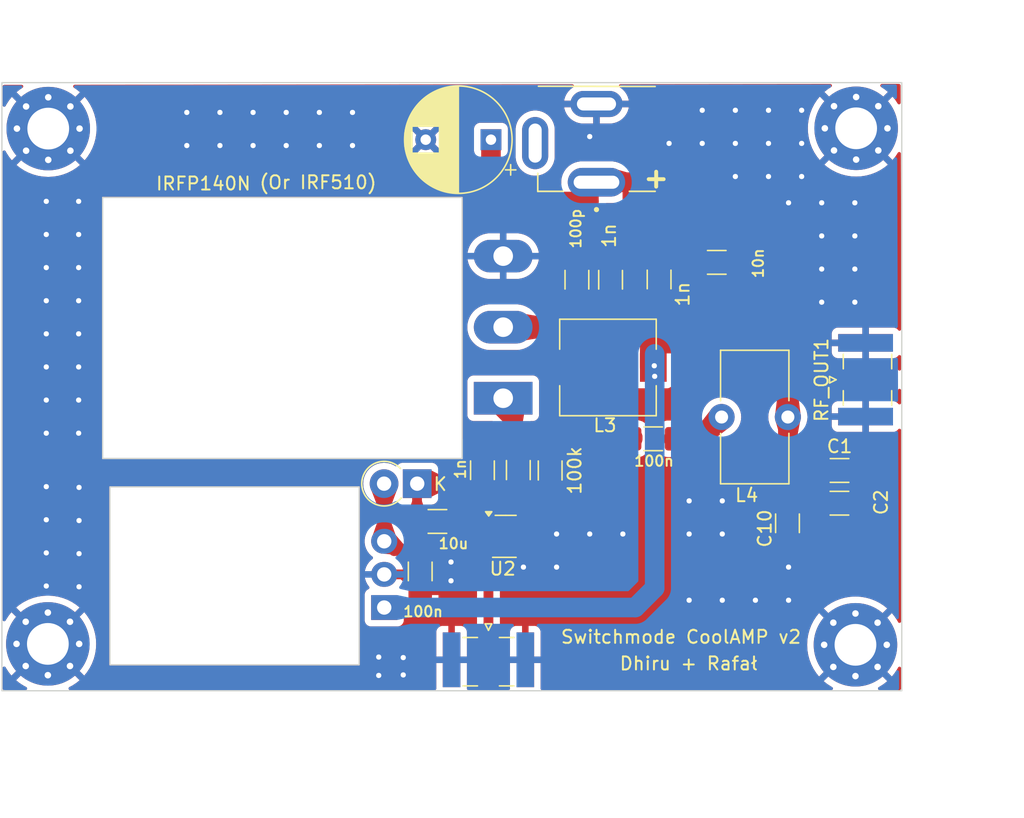
<source format=kicad_pcb>
(kicad_pcb (version 20240225) (generator "pcbnew") (generator_version "8.99")
  (layers (0 "F.Cu" signal) (31 "B.Cu" signal) (35 "F.Paste" user) (37 "F.SilkS" user "F.Silkscreen") (38 "B.Mask" user) (39 "F.Mask" user) (44 "Edge.Cuts" user))
  (net 0 "")
  (net 1 "GND")
  (net 2 "+VDC")
  (net 3 "Net-(Q1-G)")
  (net 4 "Net-(C7-Pad1)")
  (net 5 "/DRAIN")
  (net 6 "Net-(RF_OUT1-In)")
  (net 8 "Net-(D1-A)")
  (net 9 "11.5V")
  (net 10 "Net-(U2-OUT)")
  (net 11 "Net-(RF_IN1-In)")
  (footprint "Capacitor_SMD:C_1206_3216Metric_Pad1.33x1.80mm_HandSolder" (layer "F.Cu") (at 188.19 89.99 180)
    (property "Reference" "C7" (hide yes))
    (property "Value" "100n" (at -0.07 -1.71 0) (layer "F.SilkS") (effects (font (size 0.8 0.8))))
    (fp_line (start -0.711252 0.91) (end 0.711252 0.91) (stroke (width 0.12)) (layer "F.SilkS"))
    (fp_line (start -0.711252 -0.91) (end 0.711252 -0.91) (stroke (width 0.12)) (layer "F.SilkS"))
    (pad "1" smd roundrect (at -1.5625 0 180) (size 1.325 1.8) (layers "F.Cu" "F.Paste" "F.Mask") (roundrect_rratio 0.1886792453) (net 4 "Net-(C7-Pad1)"))
    (pad "2" smd roundrect (at 1.5625 0 180) (size 1.325 1.8) (layers "F.Cu" "F.Paste" "F.Mask") (roundrect_rratio 0.1886792453) (net 5 "/DRAIN"))
  )
  (footprint "Inductor_THT:L_Toroid_Vertical_L10.0mm_W5.0mm_P5.08mm" (layer "F.Cu") (at 193.44 88.32 90)
    (property "Reference" "L4" (at -6 1.92 180) (layer "F.SilkS"))
    (property "Value" "240n" (hide yes))
    (fp_line (start 5.12 -0.08) (end 5.12 5.16) (stroke (width 0.12)) (layer "F.SilkS"))
    (fp_line (start 1.255 -0.08) (end 5.12 -0.08) (stroke (width 0.12)) (layer "F.SilkS"))
    (fp_line (start -5.12 -0.08) (end -1.255 -0.08) (stroke (width 0.12)) (layer "F.SilkS"))
    (fp_line (start -5.12 -0.08) (end -5.12 5.16) (stroke (width 0.12)) (layer "F.SilkS"))
    (fp_line (start 1.255 5.16) (end 5.12 5.16) (stroke (width 0.12)) (layer "F.SilkS"))
    (fp_line (start -5.12 5.16) (end -1.255 5.16) (stroke (width 0.12)) (layer "F.SilkS"))
    (pad "1" thru_hole circle (at 0 0 90) (size 2 2) (drill 1) (layers "*.Cu" "*.Mask") (net 4 "Net-(C7-Pad1)"))
    (pad "2" thru_hole circle (at 0 5.08 90) (size 2 2) (drill 1) (layers "*.Cu" "*.Mask") (net 6 "Net-(RF_OUT1-In)"))
  )
  (footprint "MountingHole:MountingHole_3.2mm_M3_Pad_Via" (layer "F.Cu") (at 141.8 105.72)
    (property "Reference" "H3" (hide yes))
    (property "Value" "MountingHole_Pad" (hide yes))
    (pad "1" thru_hole circle (at -2.4 0) (size 0.8 0.8) (drill 0.5) (layers "*.Cu" "*.Mask") (net 1 "GND"))
    (pad "1" thru_hole circle (at -1.697056 -1.697056) (size 0.8 0.8) (drill 0.5) (layers "*.Cu" "*.Mask") (net 1 "GND"))
    (pad "1" thru_hole circle (at -1.697056 1.697056) (size 0.8 0.8) (drill 0.5) (layers "*.Cu" "*.Mask") (net 1 "GND"))
    (pad "1" thru_hole circle (at 0 -2.4) (size 0.8 0.8) (drill 0.5) (layers "*.Cu" "*.Mask") (net 1 "GND"))
    (pad "1" thru_hole circle (at 0 0) (size 6.4 6.4) (drill 3.2) (layers "*.Cu" "*.Mask") (net 1 "GND"))
    (pad "1" thru_hole circle (at 0 2.4) (size 0.8 0.8) (drill 0.5) (layers "*.Cu" "*.Mask") (net 1 "GND"))
    (pad "1" thru_hole circle (at 1.697056 -1.697056) (size 0.8 0.8) (drill 0.5) (layers "*.Cu" "*.Mask") (net 1 "GND"))
    (pad "1" thru_hole circle (at 1.697056 1.697056) (size 0.8 0.8) (drill 0.5) (layers "*.Cu" "*.Mask") (net 1 "GND"))
    (pad "1" thru_hole circle (at 2.4 0) (size 0.8 0.8) (drill 0.5) (layers "*.Cu" "*.Mask") (net 1 "GND"))
  )
  (footprint "Capacitor_SMD:C_1206_3216Metric_Pad1.33x1.80mm_HandSolder" (layer "F.Cu") (at 184.93 77.7925 -90)
    (property "Reference" "C17" (hide yes))
    (property "Value" "1n" (at -3.3825 0.11 90) (layer "F.SilkS"))
    (fp_line (start -0.711252 0.91) (end 0.711252 0.91) (stroke (width 0.12)) (layer "F.SilkS"))
    (fp_line (start -0.711252 -0.91) (end 0.711252 -0.91) (stroke (width 0.12)) (layer "F.SilkS"))
    (pad "1" smd roundrect (at -1.5625 0 270) (size 1.325 1.8) (layers "F.Cu" "F.Paste" "F.Mask") (roundrect_rratio 0.1886792453) (net 2 "+VDC"))
    (pad "2" smd roundrect (at 1.5625 0 270) (size 1.325 1.8) (layers "F.Cu" "F.Paste" "F.Mask") (roundrect_rratio 0.1886792453) (net 1 "GND"))
  )
  (footprint "Connector_Coaxial:SMA_Samtec_SMA-J-P-X-ST-EM1_EdgeMount" (layer "F.Cu") (at 204.4775 85.46 90)
    (property "Reference" "RF_OUT1" (at -0.02 -3.3775 90) (layer "F.SilkS"))
    (property "Value" "SMA" (hide yes))
    (fp_line (start 0.25 -2.76) (end -0.25 -2.76) (stroke (width 0.12)) (layer "F.SilkS"))
    (fp_line (start -0.25 -2.76) (end 0 -2.26) (stroke (width 0.12)) (layer "F.SilkS"))
    (fp_line (start 0 -2.26) (end 0.25 -2.76) (stroke (width 0.12)) (layer "F.SilkS"))
    (fp_line (start 0.84 -1.71) (end 1.95 -1.71) (stroke (width 0.12)) (layer "F.SilkS"))
    (fp_line (start -1.95 -1.71) (end -0.84 -1.71) (stroke (width 0.12)) (layer "F.SilkS"))
    (fp_line (start 0.84 2) (end 1.95 2) (stroke (width 0.12)) (layer "F.SilkS"))
    (fp_line (start -1.95 2) (end -0.84 2) (stroke (width 0.12)) (layer "F.SilkS"))
    (pad "1" smd rect (at 0 0.2 90) (size 1.27 3.6) (layers "F.Cu" "F.Paste" "F.Mask") (net 6 "Net-(RF_OUT1-In)"))
    (pad "2" smd rect (at -2.825 0 90) (size 1.35 4.2) (layers "F.Cu" "F.Paste" "F.Mask") (net 1 "GND"))
    (pad "2" smd rect (at -2.825 0 90) (size 1.35 4.2) (layers "B.Cu" "B.Paste" "B.Mask") (net 1 "GND"))
    (pad "2" smd rect (at 2.825 0 90) (size 1.35 4.2) (layers "F.Cu" "F.Paste" "F.Mask") (net 1 "GND"))
    (pad "2" smd rect (at 2.825 0 90) (size 1.35 4.2) (layers "B.Cu" "B.Paste" "B.Mask") (net 1 "GND"))
  )
  (footprint "Capacitor_SMD:C_1206_3216Metric_Pad1.33x1.80mm_HandSolder" (layer "F.Cu") (at 188.65 77.77 -90)
    (property "Reference" "C14" (hide yes))
    (property "Value" "1n" (at 1.13 -1.81 90) (layer "F.SilkS"))
    (fp_line (start -0.711252 0.91) (end 0.711252 0.91) (stroke (width 0.12)) (layer "F.SilkS"))
    (fp_line (start -0.711252 -0.91) (end 0.711252 -0.91) (stroke (width 0.12)) (layer "F.SilkS"))
    (pad "1" smd roundrect (at -1.5625 0 270) (size 1.325 1.8) (layers "F.Cu" "F.Paste" "F.Mask") (roundrect_rratio 0.1886792453) (net 2 "+VDC"))
    (pad "2" smd roundrect (at 1.5625 0 270) (size 1.325 1.8) (layers "F.Cu" "F.Paste" "F.Mask") (roundrect_rratio 0.1886792453) (net 1 "GND"))
  )
  (footprint "footprints:XKB_DC-005-5A-2.0_Modded" (layer "F.Cu") (at 183.85 64.3125 -90)
    (property "Reference" "Power1" (hide yes))
    (property "Value" "DC-005 (Barrel Jack)" (hide yes))
    (fp_line (start 6.7 4.5) (end 5.32 4.5) (stroke (width 0.127)) (layer "F.SilkS"))
    (fp_line (start 6.7 4.5) (end 6.7 2.52) (stroke (width 0.127)) (layer "F.SilkS"))
    (fp_line (start -1.34 -4.5) (end -1.36 4.45) (stroke (width 0.12)) (layer "F.SilkS"))
    (fp_line (start 6.7 -4.5) (end 6.7 -2.52) (stroke (width 0.127)) (layer "F.SilkS"))
    (fp_circle (center 8.1 0) (end 8.2 0) (stroke (width 0.2)) (fill none) (layer "F.SilkS"))
    (pad "1" thru_hole oval (at 6 0 270) (size 2.2 4.4) (drill oval 1 3.5) (layers "*.Cu" "*.Mask") (net 2 "+VDC"))
    (pad "2" thru_hole oval (at 0 0 270) (size 2 4) (drill oval 1 3) (layers "*.Cu" "*.Mask") (net 1 "GND"))
    (pad "3" thru_hole oval (at 3 4.7 270) (size 4 2) (drill oval 3 1) (layers "*.Cu" "*.Mask"))
  )
  (footprint "Capacitor_THT:CP_Radial_D8.0mm_P5.00mm" (layer "F.Cu") (at 175.762651 67.05 180)
    (property "Reference" "C15" (hide yes))
    (property "Value" "330u")
    (fp_line (start 6.581 -0.533) (end 6.581 0.533) (stroke (width 0.12)) (layer "F.SilkS"))
    (fp_line (start 6.541 -0.768) (end 6.541 0.768) (stroke (width 0.12)) (layer "F.SilkS"))
    (fp_line (start 6.501 -0.948) (end 6.501 0.948) (stroke (width 0.12)) (layer "F.SilkS"))
    (fp_line (start 6.461 -1.098) (end 6.461 1.098) (stroke (width 0.12)) (layer "F.SilkS"))
    (fp_line (start 6.421 -1.229) (end 6.421 1.229) (stroke (width 0.12)) (layer "F.SilkS"))
    (fp_line (start 6.381 -1.346) (end 6.381 1.346) (stroke (width 0.12)) (layer "F.SilkS"))
    (fp_line (start 6.341 -1.453) (end 6.341 1.453) (stroke (width 0.12)) (layer "F.SilkS"))
    (fp_line (start 6.301 -1.552) (end 6.301 1.552) (stroke (width 0.12)) (layer "F.SilkS"))
    (fp_line (start 6.261 -1.645) (end 6.261 1.645) (stroke (width 0.12)) (layer "F.SilkS"))
    (fp_line (start 6.221 -1.731) (end 6.221 1.731) (stroke (width 0.12)) (layer "F.SilkS"))
    (fp_line (start 6.181 -1.813) (end 6.181 1.813) (stroke (width 0.12)) (layer "F.SilkS"))
    (fp_line (start 6.141 -1.89) (end 6.141 1.89) (stroke (width 0.12)) (layer "F.SilkS"))
    (fp_line (start 6.101 -1.964) (end 6.101 1.964) (stroke (width 0.12)) (layer "F.SilkS"))
    (fp_line (start 6.061 -2.034) (end 6.061 2.034) (stroke (width 0.12)) (layer "F.SilkS"))
    (fp_line (start 6.021 1.04) (end 6.021 2.102) (stroke (width 0.12)) (layer "F.SilkS"))
    (fp_line (start 6.021 -2.102) (end 6.021 -1.04) (stroke (width 0.12)) (layer "F.SilkS"))
    (fp_line (start 5.981 1.04) (end 5.981 2.166) (stroke (width 0.12)) (layer "F.SilkS"))
    (fp_line (start 5.981 -2.166) (end 5.981 -1.04) (stroke (width 0.12)) (layer "F.SilkS"))
    (fp_line (start 5.941 1.04) (end 5.941 2.228) (stroke (width 0.12)) (layer "F.SilkS"))
    (fp_line (start 5.941 -2.228) (end 5.941 -1.04) (stroke (width 0.12)) (layer "F.SilkS"))
    (fp_line (start 5.901 1.04) (end 5.901 2.287) (stroke (width 0.12)) (layer "F.SilkS"))
    (fp_line (start 5.901 -2.287) (end 5.901 -1.04) (stroke (width 0.12)) (layer "F.SilkS"))
    (fp_line (start 5.861 1.04) (end 5.861 2.345) (stroke (width 0.12)) (layer "F.SilkS"))
    (fp_line (start 5.861 -2.345) (end 5.861 -1.04) (stroke (width 0.12)) (layer "F.SilkS"))
    (fp_line (start 5.821 1.04) (end 5.821 2.4) (stroke (width 0.12)) (layer "F.SilkS"))
    (fp_line (start 5.821 -2.4) (end 5.821 -1.04) (stroke (width 0.12)) (layer "F.SilkS"))
    (fp_line (start 5.781 1.04) (end 5.781 2.454) (stroke (width 0.12)) (layer "F.SilkS"))
    (fp_line (start 5.781 -2.454) (end 5.781 -1.04) (stroke (width 0.12)) (layer "F.SilkS"))
    (fp_line (start 5.741 1.04) (end 5.741 2.505) (stroke (width 0.12)) (layer "F.SilkS"))
    (fp_line (start 5.741 -2.505) (end 5.741 -1.04) (stroke (width 0.12)) (layer "F.SilkS"))
    (fp_line (start 5.701 1.04) (end 5.701 2.556) (stroke (width 0.12)) (layer "F.SilkS"))
    (fp_line (start 5.701 -2.556) (end 5.701 -1.04) (stroke (width 0.12)) (layer "F.SilkS"))
    (fp_line (start 5.661 1.04) (end 5.661 2.604) (stroke (width 0.12)) (layer "F.SilkS"))
    (fp_line (start 5.661 -2.604) (end 5.661 -1.04) (stroke (width 0.12)) (layer "F.SilkS"))
    (fp_line (start 5.621 1.04) (end 5.621 2.651) (stroke (width 0.12)) (layer "F.SilkS"))
    (fp_line (start 5.621 -2.651) (end 5.621 -1.04) (stroke (width 0.12)) (layer "F.SilkS"))
    (fp_line (start 5.581 1.04) (end 5.581 2.697) (stroke (width 0.12)) (layer "F.SilkS"))
    (fp_line (start 5.581 -2.697) (end 5.581 -1.04) (stroke (width 0.12)) (layer "F.SilkS"))
    (fp_line (start 5.541 1.04) (end 5.541 2.741) (stroke (width 0.12)) (layer "F.SilkS"))
    (fp_line (start 5.541 -2.741) (end 5.541 -1.04) (stroke (width 0.12)) (layer "F.SilkS"))
    (fp_line (start 5.501 1.04) (end 5.501 2.784) (stroke (width 0.12)) (layer "F.SilkS"))
    (fp_line (start 5.501 -2.784) (end 5.501 -1.04) (stroke (width 0.12)) (layer "F.SilkS"))
    (fp_line (start 5.461 1.04) (end 5.461 2.826) (stroke (width 0.12)) (layer "F.SilkS"))
    (fp_line (start 5.461 -2.826) (end 5.461 -1.04) (stroke (width 0.12)) (layer "F.SilkS"))
    (fp_line (start 5.421 1.04) (end 5.421 2.867) (stroke (width 0.12)) (layer "F.SilkS"))
    (fp_line (start 5.421 -2.867) (end 5.421 -1.04) (stroke (width 0.12)) (layer "F.SilkS"))
    (fp_line (start 5.381 1.04) (end 5.381 2.907) (stroke (width 0.12)) (layer "F.SilkS"))
    (fp_line (start 5.381 -2.907) (end 5.381 -1.04) (stroke (width 0.12)) (layer "F.SilkS"))
    (fp_line (start 5.341 1.04) (end 5.341 2.945) (stroke (width 0.12)) (layer "F.SilkS"))
    (fp_line (start 5.341 -2.945) (end 5.341 -1.04) (stroke (width 0.12)) (layer "F.SilkS"))
    (fp_line (start 5.301 1.04) (end 5.301 2.983) (stroke (width 0.12)) (layer "F.SilkS"))
    (fp_line (start 5.301 -2.983) (end 5.301 -1.04) (stroke (width 0.12)) (layer "F.SilkS"))
    (fp_line (start 5.261 1.04) (end 5.261 3.019) (stroke (width 0.12)) (layer "F.SilkS"))
    (fp_line (start 5.261 -3.019) (end 5.261 -1.04) (stroke (width 0.12)) (layer "F.SilkS"))
    (fp_line (start 5.221 1.04) (end 5.221 3.055) (stroke (width 0.12)) (layer "F.SilkS"))
    (fp_line (start 5.221 -3.055) (end 5.221 -1.04) (stroke (width 0.12)) (layer "F.SilkS"))
    (fp_line (start 5.181 1.04) (end 5.181 3.09) (stroke (width 0.12)) (layer "F.SilkS"))
    (fp_line (start 5.181 -3.09) (end 5.181 -1.04) (stroke (width 0.12)) (layer "F.SilkS"))
    (fp_line (start 5.141 1.04) (end 5.141 3.124) (stroke (width 0.12)) (layer "F.SilkS"))
    (fp_line (start 5.141 -3.124) (end 5.141 -1.04) (stroke (width 0.12)) (layer "F.SilkS"))
    (fp_line (start 5.101 1.04) (end 5.101 3.156) (stroke (width 0.12)) (layer "F.SilkS"))
    (fp_line (start 5.101 -3.156) (end 5.101 -1.04) (stroke (width 0.12)) (layer "F.SilkS"))
    (fp_line (start 5.061 1.04) (end 5.061 3.189) (stroke (width 0.12)) (layer "F.SilkS"))
    (fp_line (start 5.061 -3.189) (end 5.061 -1.04) (stroke (width 0.12)) (layer "F.SilkS"))
    (fp_line (start 5.021 1.04) (end 5.021 3.22) (stroke (width 0.12)) (layer "F.SilkS"))
    (fp_line (start 5.021 -3.22) (end 5.021 -1.04) (stroke (width 0.12)) (layer "F.SilkS"))
    (fp_line (start 4.981 1.04) (end 4.981 3.25) (stroke (width 0.12)) (layer "F.SilkS"))
    (fp_line (start 4.981 -3.25) (end 4.981 -1.04) (stroke (width 0.12)) (layer "F.SilkS"))
    (fp_line (start 4.941 1.04) (end 4.941 3.28) (stroke (width 0.12)) (layer "F.SilkS"))
    (fp_line (start 4.941 -3.28) (end 4.941 -1.04) (stroke (width 0.12)) (layer "F.SilkS"))
    (fp_line (start 4.901 1.04) (end 4.901 3.309) (stroke (width 0.12)) (layer "F.SilkS"))
    (fp_line (start 4.901 -3.309) (end 4.901 -1.04) (stroke (width 0.12)) (layer "F.SilkS"))
    (fp_line (start 4.861 1.04) (end 4.861 3.338) (stroke (width 0.12)) (layer "F.SilkS"))
    (fp_line (start 4.861 -3.338) (end 4.861 -1.04) (stroke (width 0.12)) (layer "F.SilkS"))
    (fp_line (start 4.821 1.04) (end 4.821 3.365) (stroke (width 0.12)) (layer "F.SilkS"))
    (fp_line (start 4.821 -3.365) (end 4.821 -1.04) (stroke (width 0.12)) (layer "F.SilkS"))
    (fp_line (start 4.781 1.04) (end 4.781 3.392) (stroke (width 0.12)) (layer "F.SilkS"))
    (fp_line (start 4.781 -3.392) (end 4.781 -1.04) (stroke (width 0.12)) (layer "F.SilkS"))
    (fp_line (start 4.741 1.04) (end 4.741 3.418) (stroke (width 0.12)) (layer "F.SilkS"))
    (fp_line (start 4.741 -3.418) (end 4.741 -1.04) (stroke (width 0.12)) (layer "F.SilkS"))
    (fp_line (start 4.701 1.04) (end 4.701 3.444) (stroke (width 0.12)) (layer "F.SilkS"))
    (fp_line (start 4.701 -3.444) (end 4.701 -1.04) (stroke (width 0.12)) (layer "F.SilkS"))
    (fp_line (start 4.661 1.04) (end 4.661 3.469) (stroke (width 0.12)) (layer "F.SilkS"))
    (fp_line (start 4.661 -3.469) (end 4.661 -1.04) (stroke (width 0.12)) (layer "F.SilkS"))
    (fp_line (start 4.621 1.04) (end 4.621 3.493) (stroke (width 0.12)) (layer "F.SilkS"))
    (fp_line (start 4.621 -3.493) (end 4.621 -1.04) (stroke (width 0.12)) (layer "F.SilkS"))
    (fp_line (start 4.581 1.04) (end 4.581 3.517) (stroke (width 0.12)) (layer "F.SilkS"))
    (fp_line (start 4.581 -3.517) (end 4.581 -1.04) (stroke (width 0.12)) (layer "F.SilkS"))
    (fp_line (start 4.541 1.04) (end 4.541 3.54) (stroke (width 0.12)) (layer "F.SilkS"))
    (fp_line (start 4.541 -3.54) (end 4.541 -1.04) (stroke (width 0.12)) (layer "F.SilkS"))
    (fp_line (start 4.501 1.04) (end 4.501 3.562) (stroke (width 0.12)) (layer "F.SilkS"))
    (fp_line (start 4.501 -3.562) (end 4.501 -1.04) (stroke (width 0.12)) (layer "F.SilkS"))
    (fp_line (start 4.461 1.04) (end 4.461 3.584) (stroke (width 0.12)) (layer "F.SilkS"))
    (fp_line (start 4.461 -3.584) (end 4.461 -1.04) (stroke (width 0.12)) (layer "F.SilkS"))
    (fp_line (start 4.421 1.04) (end 4.421 3.606) (stroke (width 0.12)) (layer "F.SilkS"))
    (fp_line (start 4.421 -3.606) (end 4.421 -1.04) (stroke (width 0.12)) (layer "F.SilkS"))
    (fp_line (start 4.381 1.04) (end 4.381 3.627) (stroke (width 0.12)) (layer "F.SilkS"))
    (fp_line (start 4.381 -3.627) (end 4.381 -1.04) (stroke (width 0.12)) (layer "F.SilkS"))
    (fp_line (start 4.341 1.04) (end 4.341 3.647) (stroke (width 0.12)) (layer "F.SilkS"))
    (fp_line (start 4.341 -3.647) (end 4.341 -1.04) (stroke (width 0.12)) (layer "F.SilkS"))
    (fp_line (start 4.301 1.04) (end 4.301 3.666) (stroke (width 0.12)) (layer "F.SilkS"))
    (fp_line (start 4.301 -3.666) (end 4.301 -1.04) (stroke (width 0.12)) (layer "F.SilkS"))
    (fp_line (start 4.261 1.04) (end 4.261 3.686) (stroke (width 0.12)) (layer "F.SilkS"))
    (fp_line (start 4.261 -3.686) (end 4.261 -1.04) (stroke (width 0.12)) (layer "F.SilkS"))
    (fp_line (start 4.221 1.04) (end 4.221 3.704) (stroke (width 0.12)) (layer "F.SilkS"))
    (fp_line (start 4.221 -3.704) (end 4.221 -1.04) (stroke (width 0.12)) (layer "F.SilkS"))
    (fp_line (start 4.181 1.04) (end 4.181 3.722) (stroke (width 0.12)) (layer "F.SilkS"))
    (fp_line (start 4.181 -3.722) (end 4.181 -1.04) (stroke (width 0.12)) (layer "F.SilkS"))
    (fp_line (start 4.141 1.04) (end 4.141 3.74) (stroke (width 0.12)) (layer "F.SilkS"))
    (fp_line (start 4.141 -3.74) (end 4.141 -1.04) (stroke (width 0.12)) (layer "F.SilkS"))
    (fp_line (start 4.101 1.04) (end 4.101 3.757) (stroke (width 0.12)) (layer "F.SilkS"))
    (fp_line (start 4.101 -3.757) (end 4.101 -1.04) (stroke (width 0.12)) (layer "F.SilkS"))
    (fp_line (start 4.061 1.04) (end 4.061 3.774) (stroke (width 0.12)) (layer "F.SilkS"))
    (fp_line (start 4.061 -3.774) (end 4.061 -1.04) (stroke (width 0.12)) (layer "F.SilkS"))
    (fp_line (start 4.021 1.04) (end 4.021 3.79) (stroke (width 0.12)) (layer "F.SilkS"))
    (fp_line (start 4.021 -3.79) (end 4.021 -1.04) (stroke (width 0.12)) (layer "F.SilkS"))
    (fp_line (start 3.981 1.04) (end 3.981 3.805) (stroke (width 0.12)) (layer "F.SilkS"))
    (fp_line (start 3.981 -3.805) (end 3.981 -1.04) (stroke (width 0.12)) (layer "F.SilkS"))
    (fp_line (start 3.941 -3.821) (end 3.941 3.821) (stroke (width 0.12)) (layer "F.SilkS"))
    (fp_line (start 3.901 -3.835) (end 3.901 3.835) (stroke (width 0.12)) (layer "F.SilkS"))
    (fp_line (start 3.861 -3.85) (end 3.861 3.85) (stroke (width 0.12)) (layer "F.SilkS"))
    (fp_line (start 3.821 -3.863) (end 3.821 3.863) (stroke (width 0.12)) (layer "F.SilkS"))
    (fp_line (start 3.781 -3.877) (end 3.781 3.877) (stroke (width 0.12)) (layer "F.SilkS"))
    (fp_line (start 3.741 -3.889) (end 3.741 3.889) (stroke (width 0.12)) (layer "F.SilkS"))
    (fp_line (start 3.701 -3.902) (end 3.701 3.902) (stroke (width 0.12)) (layer "F.SilkS"))
    (fp_line (start 3.661 -3.914) (end 3.661 3.914) (stroke (width 0.12)) (layer "F.SilkS"))
    (fp_line (start 3.621 -3.925) (end 3.621 3.925) (stroke (width 0.12)) (layer "F.SilkS"))
    (fp_line (start 3.581 -3.936) (end 3.581 3.936) (stroke (width 0.12)) (layer "F.SilkS"))
    (fp_line (start 3.541 -3.947) (end 3.541 3.947) (stroke (width 0.12)) (layer "F.SilkS"))
    (fp_line (start 3.501 -3.957) (end 3.501 3.957) (stroke (width 0.12)) (layer "F.SilkS"))
    (fp_line (start 3.461 -3.967) (end 3.461 3.967) (stroke (width 0.12)) (layer "F.SilkS"))
    (fp_line (start 3.421 -3.976) (end 3.421 3.976) (stroke (width 0.12)) (layer "F.SilkS"))
    (fp_line (start 3.381 -3.985) (end 3.381 3.985) (stroke (width 0.12)) (layer "F.SilkS"))
    (fp_line (start 3.341 -3.994) (end 3.341 3.994) (stroke (width 0.12)) (layer "F.SilkS"))
    (fp_line (start 3.301 -4.002) (end 3.301 4.002) (stroke (width 0.12)) (layer "F.SilkS"))
    (fp_line (start 3.261 -4.01) (end 3.261 4.01) (stroke (width 0.12)) (layer "F.SilkS"))
    (fp_line (start 3.221 -4.017) (end 3.221 4.017) (stroke (width 0.12)) (layer "F.SilkS"))
    (fp_line (start 3.18 -4.024) (end 3.18 4.024) (stroke (width 0.12)) (layer "F.SilkS"))
    (fp_line (start 3.14 -4.03) (end 3.14 4.03) (stroke (width 0.12)) (layer "F.SilkS"))
    (fp_line (start 3.1 -4.037) (end 3.1 4.037) (stroke (width 0.12)) (layer "F.SilkS"))
    (fp_line (start 3.06 -4.042) (end 3.06 4.042) (stroke (width 0.12)) (layer "F.SilkS"))
    (fp_line (start 3.02 -4.048) (end 3.02 4.048) (stroke (width 0.12)) (layer "F.SilkS"))
    (fp_line (start 2.98 -4.052) (end 2.98 4.052) (stroke (width 0.12)) (layer "F.SilkS"))
    (fp_line (start 2.94 -4.057) (end 2.94 4.057) (stroke (width 0.12)) (layer "F.SilkS"))
    (fp_line (start 2.9 -4.061) (end 2.9 4.061) (stroke (width 0.12)) (layer "F.SilkS"))
    (fp_line (start 2.86 -4.065) (end 2.86 4.065) (stroke (width 0.12)) (layer "F.SilkS"))
    (fp_line (start 2.82 -4.068) (end 2.82 4.068) (stroke (width 0.12)) (layer "F.SilkS"))
    (fp_line (start 2.78 -4.071) (end 2.78 4.071) (stroke (width 0.12)) (layer "F.SilkS"))
    (fp_line (start 2.74 -4.074) (end 2.74 4.074) (stroke (width 0.12)) (layer "F.SilkS"))
    (fp_line (start 2.7 -4.076) (end 2.7 4.076) (stroke (width 0.12)) (layer "F.SilkS"))
    (fp_line (start 2.66 -4.077) (end 2.66 4.077) (stroke (width 0.12)) (layer "F.SilkS"))
    (fp_line (start 2.62 -4.079) (end 2.62 4.079) (stroke (width 0.12)) (layer "F.SilkS"))
    (fp_line (start 2.58 -4.08) (end 2.58 4.08) (stroke (width 0.12)) (layer "F.SilkS"))
    (fp_line (start 2.54 -4.08) (end 2.54 4.08) (stroke (width 0.12)) (layer "F.SilkS"))
    (fp_line (start 2.5 -4.08) (end 2.5 4.08) (stroke (width 0.12)) (layer "F.SilkS"))
    (fp_line (start -1.509698 -2.715) (end -1.509698 -1.915) (stroke (width 0.12)) (layer "F.SilkS"))
    (fp_line (start -1.909698 -2.315) (end -1.109698 -2.315) (stroke (width 0.12)) (layer "F.SilkS"))
    (fp_circle (center 2.5 0) (end 6.62 0) (stroke (width 0.12)) (fill none) (layer "F.SilkS"))
    (pad "1" thru_hole rect (at 0 0 180) (size 1.6 1.6) (drill 0.8) (layers "*.Cu" "*.Mask") (net 2 "+VDC"))
    (pad "2" thru_hole circle (at 5 0 180) (size 1.6 1.6) (drill 0.8) (layers "*.Cu" "*.Mask") (net 1 "GND"))
  )
  (footprint "Capacitor_SMD:C_1206_3216Metric_Pad1.33x1.80mm_HandSolder" (layer "F.Cu") (at 171.66 96.33)
    (property "Reference" "C9" (hide yes))
    (property "Value" "10u" (at 1.23 1.7 180) (layer "F.SilkS") (effects (font (size 0.8 0.8))))
    (fp_line (start -0.711252 -0.91) (end 0.711252 -0.91) (stroke (width 0.12)) (layer "F.SilkS"))
    (fp_line (start -0.711252 0.91) (end 0.711252 0.91) (stroke (width 0.12)) (layer "F.SilkS"))
    (pad "1" smd roundrect (at -1.5625 0) (size 1.325 1.8) (layers "F.Cu" "F.Paste" "F.Mask") (roundrect_rratio 0.1886792453) (net 9 "11.5V"))
    (pad "2" smd roundrect (at 1.5625 0) (size 1.325 1.8) (layers "F.Cu" "F.Paste" "F.Mask") (roundrect_rratio 0.1886792453) (net 1 "GND"))
  )
  (footprint "Capacitor_SMD:C_1206_3216Metric_Pad1.33x1.80mm_HandSolder" (layer "F.Cu") (at 175.11 92.4 90)
    (property "Reference" "C4" (hide yes))
    (property "Value" "1n" (at 0.0775 -1.69 270) (layer "F.SilkS") (effects (font (size 0.8 0.8))))
    (fp_line (start -0.711252 -0.91) (end 0.711252 -0.91) (stroke (width 0.12)) (layer "F.SilkS"))
    (fp_line (start -0.711252 0.91) (end 0.711252 0.91) (stroke (width 0.12)) (layer "F.SilkS"))
    (pad "1" smd roundrect (at -1.5625 0 90) (size 1.325 1.8) (layers "F.Cu" "F.Paste" "F.Mask") (roundrect_rratio 0.1886792453) (net 9 "11.5V"))
    (pad "2" smd roundrect (at 1.5625 0 90) (size 1.325 1.8) (layers "F.Cu" "F.Paste" "F.Mask") (roundrect_rratio 0.1886792453) (net 1 "GND"))
  )
  (footprint "MountingHole:MountingHole_3.2mm_M3_Pad_Via" (layer "F.Cu") (at 203.7 105.79)
    (property "Reference" "H4" (hide yes))
    (property "Value" "MountingHole_Pad" (hide yes))
    (pad "1" thru_hole circle (at -2.4 0) (size 0.8 0.8) (drill 0.5) (layers "*.Cu" "*.Mask") (net 1 "GND"))
    (pad "1" thru_hole circle (at -1.697056 -1.697056) (size 0.8 0.8) (drill 0.5) (layers "*.Cu" "*.Mask") (net 1 "GND"))
    (pad "1" thru_hole circle (at -1.697056 1.697056) (size 0.8 0.8) (drill 0.5) (layers "*.Cu" "*.Mask") (net 1 "GND"))
    (pad "1" thru_hole circle (at 0 -2.4) (size 0.8 0.8) (drill 0.5) (layers "*.Cu" "*.Mask") (net 1 "GND"))
    (pad "1" thru_hole circle (at 0 0) (size 6.4 6.4) (drill 3.2) (layers "*.Cu" "*.Mask") (net 1 "GND"))
    (pad "1" thru_hole circle (at 0 2.4) (size 0.8 0.8) (drill 0.5) (layers "*.Cu" "*.Mask") (net 1 "GND"))
    (pad "1" thru_hole circle (at 1.697056 -1.697056) (size 0.8 0.8) (drill 0.5) (layers "*.Cu" "*.Mask") (net 1 "GND"))
    (pad "1" thru_hole circle (at 1.697056 1.697056) (size 0.8 0.8) (drill 0.5) (layers "*.Cu" "*.Mask") (net 1 "GND"))
    (pad "1" thru_hole circle (at 2.4 0) (size 0.8 0.8) (drill 0.5) (layers "*.Cu" "*.Mask") (net 1 "GND"))
  )
  (footprint "Package_TO_SOT_THT:TO-220-3_Horizontal_TabDown" (layer "F.Cu") (at 167.58 102.93 90)
    (property "Reference" "U3" (hide yes))
    (property "Value" "LM7812_TO220" (hide yes))
    (pad "" np_thru_hole oval (at 2.54 -16.66 90) (size 3.5 3.5) (drill 3.5) (layers "*.Cu" "*.Mask"))
    (pad "1" thru_hole rect (at 0 0 90) (size 1.905 2) (drill 1.1) (layers "*.Cu" "*.Mask") (net 2 "+VDC"))
    (pad "2" thru_hole oval (at 2.54 0 90) (size 1.905 2) (drill 1.1) (layers "*.Cu" "*.Mask") (net 1 "GND"))
    (pad "3" thru_hole oval (at 5.08 0 90) (size 1.905 2) (drill 1.1) (layers "*.Cu" "*.Mask") (net 8 "Net-(D1-A)"))
  )
  (footprint "Capacitor_SMD:C_1206_3216Metric_Pad1.33x1.80mm_HandSolder" (layer "F.Cu") (at 202.48 92.42)
    (property "Reference" "C1" (at 0 -1.85 0) (layer "F.SilkS"))
    (property "Value" "470p" (hide yes))
    (fp_line (start -0.711252 -0.91) (end 0.711252 -0.91) (stroke (width 0.12)) (layer "F.SilkS"))
    (fp_line (start -0.711252 0.91) (end 0.711252 0.91) (stroke (width 0.12)) (layer "F.SilkS"))
    (pad "1" smd roundrect (at -1.5625 0) (size 1.325 1.8) (layers "F.Cu" "F.Paste" "F.Mask") (roundrect_rratio 0.1886792453) (net 6 "Net-(RF_OUT1-In)"))
    (pad "2" smd roundrect (at 1.5625 0) (size 1.325 1.8) (layers "F.Cu" "F.Paste" "F.Mask") (roundrect_rratio 0.1886792453) (net 1 "GND"))
  )
  (footprint "Connector_Coaxial:SMA_Samtec_SMA-J-P-X-ST-EM1_EdgeMount" (layer "F.Cu") (at 175.57 106.94)
    (property "Reference" "RF_IN1" (hide yes))
    (property "Value" "SMA" (hide yes))
    (fp_line (start -1.95 -1.71) (end -0.84 -1.71) (stroke (width 0.12)) (layer "F.SilkS"))
    (fp_line (start -1.95 2) (end -0.84 2) (stroke (width 0.12)) (layer "F.SilkS"))
    (fp_line (start -0.25 -2.76) (end 0 -2.26) (stroke (width 0.12)) (layer "F.SilkS"))
    (fp_line (start 0 -2.26) (end 0.25 -2.76) (stroke (width 0.12)) (layer "F.SilkS"))
    (fp_line (start 0.25 -2.76) (end -0.25 -2.76) (stroke (width 0.12)) (layer "F.SilkS"))
    (fp_line (start 0.84 -1.71) (end 1.95 -1.71) (stroke (width 0.12)) (layer "F.SilkS"))
    (fp_line (start 0.84 2) (end 1.95 2) (stroke (width 0.12)) (layer "F.SilkS"))
    (pad "1" smd rect (at 0 0.2) (size 1.27 3.6) (layers "F.Cu" "F.Paste" "F.Mask") (net 11 "Net-(RF_IN1-In)"))
    (pad "2" smd rect (at -2.825 0) (size 1.35 4.2) (layers "F.Cu" "F.Paste" "F.Mask") (net 1 "GND"))
    (pad "2" smd rect (at -2.825 0) (size 1.35 4.2) (layers "B.Cu" "B.Paste" "B.Mask") (net 1 "GND"))
    (pad "2" smd rect (at 2.825 0) (size 1.35 4.2) (layers "F.Cu" "F.Paste" "F.Mask") (net 1 "GND"))
    (pad "2" smd rect (at 2.825 0) (size 1.35 4.2) (layers "B.Cu" "B.Paste" "B.Mask") (net 1 "GND"))
  )
  (footprint "footprints:TO-247-3_Horizontal_TabDown_Modded" (layer "F.Cu") (at 176.7 86.88 90)
    (property "Reference" "Q1" (hide yes))
    (property "Value" "IRFP140N" (at 16.46 -22.98 180) (layer "F.SilkS"))
    (pad "" np_thru_hole oval (at 5.45 -19.86 90) (size 3.6 3.6) (drill 3.6) (layers "*.Cu" "*.Mask"))
    (pad "1" thru_hole rect (at 0 0 90) (size 2.5 4.5) (drill 1.5) (layers "*.Cu" "*.Mask") (net 3 "Net-(Q1-G)"))
    (pad "2" thru_hole oval (at 5.45 0 90) (size 2.5 4.5) (drill 1.5) (layers "*.Cu" "*.Mask") (net 5 "/DRAIN"))
    (pad "3" thru_hole oval (at 10.9 0 90) (size 2.5 4.5) (drill 1.5) (layers "*.Cu" "*.Mask") (net 1 "GND"))
  )
  (footprint "Capacitor_SMD:C_1206_3216Metric_Pad1.33x1.80mm_HandSolder" (layer "F.Cu") (at 182.35 77.79 90)
    (property "Reference" "C3" (hide yes))
    (property "Value" "100p" (at 3.92 -0.08 90) (layer "F.SilkS") (effects (font (size 0.8 0.8))))
    (fp_line (start -0.711252 -0.91) (end 0.711252 -0.91) (stroke (width 0.12)) (layer "F.SilkS"))
    (fp_line (start -0.711252 0.91) (end 0.711252 0.91) (stroke (width 0.12)) (layer "F.SilkS"))
    (pad "1" smd roundrect (at -1.5625 0 90) (size 1.325 1.8) (layers "F.Cu" "F.Paste" "F.Mask") (roundrect_rratio 0.1886792453) (net 5 "/DRAIN"))
    (pad "2" smd roundrect (at 1.5625 0 90) (size 1.325 1.8) (layers "F.Cu" "F.Paste" "F.Mask") (roundrect_rratio 0.1886792453) (net 1 "GND"))
  )
  (footprint "Diode_THT:D_DO-41_SOD81_P2.54mm_Vertical_KathodeUp" (layer "F.Cu") (at 170.11 93.43 180)
    (property "Reference" "D1" (hide yes))
    (property "Value" "1N4007" (hide yes))
    (fp_arc (start 1.228847 -1.1) (mid 4.250877 -0.044974) (end 1.288449 1.167366) (stroke (width 0.12)) (layer "F.SilkS"))
    (fp_text user "K" (at -1.761766 -0.04 180) (layer "F.SilkS"))
    (pad "1" thru_hole rect (at 0 0 180) (size 2.2 2.2) (drill 1.1) (layers "*.Cu" "*.Mask") (net 9 "11.5V"))
    (pad "2" thru_hole oval (at 2.54 0 180) (size 2.2 2.2) (drill 1.1) (layers "*.Cu" "*.Mask") (net 8 "Net-(D1-A)"))
  )
  (footprint "Package_TO_SOT_SMD:SOT-23-5_HandSoldering" (layer "F.Cu") (at 176.79 97.4725)
    (property "Reference" "U2" (at -0.13 2.4875 0) (layer "F.SilkS"))
    (property "Value" "UCC27517DBVR" (hide yes))
    (fp_line (start -0.9 1.61) (end 0.9 1.61) (stroke (width 0.12)) (layer "F.SilkS"))
    (fp_line (start 0.1 -1.61) (end -0.7 -1.61) (stroke (width 0.12)) (layer "F.SilkS"))
    (fp_line (start 0.1 -1.61) (end 0.9 -1.61) (stroke (width 0.12)) (layer "F.SilkS"))
    (fp_poly (pts (xy -1.2 -1.56) (xy -1.44 -1.89) (xy -0.96 -1.89) (xy -1.2 -1.56)) (stroke (width 0.12)) (fill solid) (layer "F.SilkS"))
    (pad "1" smd roundrect (at -1.35 -0.95) (size 1.56 0.65) (layers "F.Cu" "F.Paste" "F.Mask") (net 9 "11.5V"))
    (pad "2" smd roundrect (at -1.35 0) (size 1.56 0.65) (layers "F.Cu" "F.Paste" "F.Mask") (net 1 "GND"))
    (pad "3" smd roundrect (at -1.35 0.95) (size 1.56 0.65) (layers "F.Cu" "F.Paste" "F.Mask") (net 11 "Net-(RF_IN1-In)"))
    (pad "4" smd roundrect (at 1.35 0.95) (size 1.56 0.65) (layers "F.Cu" "F.Paste" "F.Mask") (net 1 "GND"))
    (pad "5" smd roundrect (at 1.35 -0.95) (size 1.56 0.65) (layers "F.Cu" "F.Paste" "F.Mask") (net 10 "Net-(U2-OUT)"))
  )
  (footprint "Capacitor_SMD:C_1206_3216Metric_Pad1.33x1.80mm_HandSolder" (layer "F.Cu") (at 193.07 76.46)
    (property "Reference" "C6" (hide yes))
    (property "Value" "10n" (at 3.18 0.07 90) (layer "F.SilkS") (effects (font (size 0.8 0.8))))
    (fp_line (start -0.711252 -0.91) (end 0.711252 -0.91) (stroke (width 0.12)) (layer "F.SilkS"))
    (fp_line (start -0.711252 0.91) (end 0.711252 0.91) (stroke (width 0.12)) (layer "F.SilkS"))
    (pad "1" smd roundrect (at -1.5625 0) (size 1.325 1.8) (layers "F.Cu" "F.Paste" "F.Mask") (roundrect_rratio 0.1886792453) (net 2 "+VDC"))
    (pad "2" smd roundrect (at 1.5625 0) (size 1.325 1.8) (layers "F.Cu" "F.Paste" "F.Mask") (roundrect_rratio 0.1886792453) (net 1 "GND"))
  )
  (footprint "MountingHole:MountingHole_3.2mm_M3_Pad_Via" (layer "F.Cu") (at 141.83 66.2)
    (property "Reference" "H1" (hide yes))
    (property "Value" "MountingHole_Pad" (hide yes))
    (pad "1" thru_hole circle (at -2.4 0) (size 0.8 0.8) (drill 0.5) (layers "*.Cu" "*.Mask") (net 1 "GND"))
    (pad "1" thru_hole circle (at -1.697056 -1.697056) (size 0.8 0.8) (drill 0.5) (layers "*.Cu" "*.Mask") (net 1 "GND"))
    (pad "1" thru_hole circle (at -1.697056 1.697056) (size 0.8 0.8) (drill 0.5) (layers "*.Cu" "*.Mask") (net 1 "GND"))
    (pad "1" thru_hole circle (at 0 -2.4) (size 0.8 0.8) (drill 0.5) (layers "*.Cu" "*.Mask") (net 1 "GND"))
    (pad "1" thru_hole circle (at 0 0) (size 6.4 6.4) (drill 3.2) (layers "*.Cu" "*.Mask") (net 1 "GND"))
    (pad "1" thru_hole circle (at 0 2.4) (size 0.8 0.8) (drill 0.5) (layers "*.Cu" "*.Mask") (net 1 "GND"))
    (pad "1" thru_hole circle (at 1.697056 -1.697056) (size 0.8 0.8) (drill 0.5) (layers "*.Cu" "*.Mask") (net 1 "GND"))
    (pad "1" thru_hole circle (at 1.697056 1.697056) (size 0.8 0.8) (drill 0.5) (layers "*.Cu" "*.Mask") (net 1 "GND"))
    (pad "1" thru_hole circle (at 2.4 0) (size 0.8 0.8) (drill 0.5) (layers "*.Cu" "*.Mask") (net 1 "GND"))
  )
  (footprint "Capacitor_SMD:C_1206_3216Metric_Pad1.33x1.80mm_HandSolder" (layer "F.Cu") (at 202.4725 94.93)
    (property "Reference" "C2" (at 3.1875 -0.07 90) (layer "F.SilkS"))
    (property "Value" "Trim" (hide yes))
    (fp_line (start -0.711252 -0.91) (end 0.711252 -0.91) (stroke (width 0.12)) (layer "F.SilkS"))
    (fp_line (start -0.711252 0.91) (end 0.711252 0.91) (stroke (width 0.12)) (layer "F.SilkS"))
    (pad "1" smd roundrect (at -1.5625 0) (size 1.325 1.8) (layers "F.Cu" "F.Paste" "F.Mask") (roundrect_rratio 0.1886792453) (net 6 "Net-(RF_OUT1-In)"))
    (pad "2" smd roundrect (at 1.5625 0) (size 1.325 1.8) (layers "F.Cu" "F.Paste" "F.Mask") (roundrect_rratio 0.1886792453) (net 1 "GND"))
  )
  (footprint "Capacitor_SMD:C_1206_3216Metric_Pad1.33x1.80mm_HandSolder" (layer "F.Cu") (at 170.34 100.16 -90)
    (property "Reference" "C8" (hide yes))
    (property "Value" "100n" (at 3.0875 -0.22 180) (layer "F.SilkS") (effects (font (size 0.8 0.8))))
    (fp_line (start -0.711252 0.91) (end 0.711252 0.91) (stroke (width 0.12)) (layer "F.SilkS"))
    (fp_line (start -0.711252 -0.91) (end 0.711252 -0.91) (stroke (width 0.12)) (layer "F.SilkS"))
    (pad "1" smd roundrect (at -1.5625 0 270) (size 1.325 1.8) (layers "F.Cu" "F.Paste" "F.Mask") (roundrect_rratio 0.1886792453) (net 8 "Net-(D1-A)"))
    (pad "2" smd roundrect (at 1.5625 0 270) (size 1.325 1.8) (layers "F.Cu" "F.Paste" "F.Mask") (roundrect_rratio 0.1886792453) (net 1 "GND"))
  )
  (footprint "Capacitor_SMD:C_1206_3216Metric_Pad1.33x1.80mm_HandSolder" (layer "F.Cu") (at 198.49 96.47 -90)
    (property "Reference" "C10" (at 0.4 1.74 90) (layer "F.SilkS"))
    (property "Value" "Trim" (hide yes))
    (fp_line (start -0.711252 0.91) (end 0.711252 0.91) (stroke (width 0.12)) (layer "F.SilkS"))
    (fp_line (start -0.711252 -0.91) (end 0.711252 -0.91) (stroke (width 0.12)) (layer "F.SilkS"))
    (pad "1" smd roundrect (at -1.5625 0 270) (size 1.325 1.8) (layers "F.Cu" "F.Paste" "F.Mask") (roundrect_rratio 0.1886792453) (net 6 "Net-(RF_OUT1-In)"))
    (pad "2" smd roundrect (at 1.5625 0 270) (size 1.325 1.8) (layers "F.Cu" "F.Paste" "F.Mask") (roundrect_rratio 0.1886792453) (net 1 "GND"))
  )
  (footprint "MountingHole:MountingHole_3.2mm_M3_Pad_Via" (layer "F.Cu") (at 203.752944 66.177944)
    (property "Reference" "H2" (hide yes))
    (property "Value" "MountingHole_Pad" (hide yes))
    (pad "1" thru_hole circle (at -2.4 0) (size 0.8 0.8) (drill 0.5) (layers "*.Cu" "*.Mask") (net 1 "GND"))
    (pad "1" thru_hole circle (at -1.697056 -1.697056) (size 0.8 0.8) (drill 0.5) (layers "*.Cu" "*.Mask") (net 1 "GND"))
    (pad "1" thru_hole circle (at -1.697056 1.697056) (size 0.8 0.8) (drill 0.5) (layers "*.Cu" "*.Mask") (net 1 "GND"))
    (pad "1" thru_hole circle (at 0 -2.4) (size 0.8 0.8) (drill 0.5) (layers "*.Cu" "*.Mask") (net 1 "GND"))
    (pad "1" thru_hole circle (at 0 0) (size 6.4 6.4) (drill 3.2) (layers "*.Cu" "*.Mask") (net 1 "GND"))
    (pad "1" thru_hole circle (at 0 2.4) (size 0.8 0.8) (drill 0.5) (layers "*.Cu" "*.Mask") (net 1 "GND"))
    (pad "1" thru_hole circle (at 1.697056 -1.697056) (size 0.8 0.8) (drill 0.5) (layers "*.Cu" "*.Mask") (net 1 "GND"))
    (pad "1" thru_hole circle (at 1.697056 1.697056) (size 0.8 0.8) (drill 0.5) (layers "*.Cu" "*.Mask") (net 1 "GND"))
    (pad "1" thru_hole circle (at 2.4 0) (size 0.8 0.8) (drill 0.5) (layers "*.Cu" "*.Mask") (net 1 "GND"))
  )
  (footprint "Resistor_SMD:R_1206_3216Metric_Pad1.30x1.75mm_HandSolder" (layer "F.Cu") (at 177.86 92.39 -90)
    (property "Reference" "R2" (hide yes))
    (property "Value" "3.3" (hide yes))
    (fp_line (start -0.727064 0.91) (end 0.727064 0.91) (stroke (width 0.12)) (layer "F.SilkS"))
    (fp_line (start -0.727064 -0.91) (end 0.727064 -0.91) (stroke (width 0.12)) (layer "F.SilkS"))
    (pad "1" smd roundrect (at -1.55 0 270) (size 1.3 1.75) (layers "F.Cu" "F.Paste" "F.Mask") (roundrect_rratio 0.1923076923) (net 3 "Net-(Q1-G)"))
    (pad "2" smd roundrect (at 1.55 0 270) (size 1.3 1.75) (layers "F.Cu" "F.Paste" "F.Mask") (roundrect_rratio 0.1923076923) (net 10 "Net-(U2-OUT)"))
  )
  (footprint "Resistor_SMD:R_1206_3216Metric_Pad1.30x1.75mm_HandSolder" (layer "F.Cu") (at 180.3 92.42 -90)
    (property "Reference" "R3" (hide yes))
    (property "Value" "100k" (at 0 -1.88 90) (layer "F.SilkS"))
    (fp_line (start -0.727064 0.91) (end 0.727064 0.91) (stroke (width 0.12)) (layer "F.SilkS"))
    (fp_line (start -0.727064 -0.91) (end 0.727064 -0.91) (stroke (width 0.12)) (layer "F.SilkS"))
    (pad "1" smd roundrect (at -1.55 0 270) (size 1.3 1.75) (layers "F.Cu" "F.Paste" "F.Mask") (roundrect_rratio 0.1923076923) (net 3 "Net-(Q1-G)"))
    (pad "2" smd roundrect (at 1.55 0 270) (size 1.3 1.75) (layers "F.Cu" "F.Paste" "F.Mask") (roundrect_rratio 0.1923076923) (net 1 "GND"))
  )
  (footprint "Inductor_SMD:L_7.3x7.3_H3.5" (layer "F.Cu") (at 184.73 84.52 180)
    (property "Reference" "L3" (at 0.23 -4.44 0) (layer "F.SilkS"))
    (property "Value" "ASPI-0630LR-2R2" (hide yes))
    (fp_line (start 3.7 3.7) (end -3.7 3.7) (stroke (width 0.12)) (layer "F.SilkS"))
    (fp_line (start 3.7 1.4) (end 3.7 3.7) (stroke (width 0.12)) (layer "F.SilkS"))
    (fp_line (start 3.7 -3.7) (end 3.7 -1.4) (stroke (width 0.12)) (layer "F.SilkS"))
    (fp_line (start -3.7 3.7) (end -3.7 1.4) (stroke (width 0.12)) (layer "F.SilkS"))
    (fp_line (start -3.7 -1.4) (end -3.7 -3.7) (stroke (width 0.12)) (layer "F.SilkS"))
    (fp_line (start -3.7 -3.7) (end 3.7 -3.7) (stroke (width 0.12)) (layer "F.SilkS"))
    (pad "1" smd rect (at -3.475 0 180) (size 2.05 2.2) (layers "F.Cu" "F.Paste" "F.Mask") (net 2 "+VDC"))
    (pad "2" smd rect (at 3.475 0 180) (size 2.05 2.2) (layers "F.Cu" "F.Paste" "F.Mask") (net 5 "/DRAIN"))
  )
  (gr_rect (start 138.28 62.675) (end 207.25 109.315) (stroke (width 0.1)) (fill none) (layer "Edge.Cuts"))
  (gr_rect (start 146.56 93.68) (end 165.66 107.32) (stroke (width 0.1)) (fill none) (layer "Edge.Cuts"))
  (gr_rect (start 146 71.48) (end 173.55 91.5) (stroke (width 0.1)) (fill none) (layer "Edge.Cuts"))
  (gr_text "+" (at 187.3 70.85 0) (layer "F.SilkS") (effects (font (size 1.5 1.5) (thickness 0.3) (bold yes)) (justify left bottom)))
  (gr_text "(Or IRF510)" (at 157.93 70.91 0) (layer "F.SilkS") (effects (font (size 1 1)) (justify left bottom)))
  (gr_text "Dhiru + Rafał" (at 185.54 107.81 0) (layer "F.SilkS") (effects (font (size 1 1)) (justify left bottom)))
  (gr_text "Switchmode CoolAMP v2\n " (at 181.04 107.38 0) (layer "F.SilkS") (effects (font (size 1 1)) (justify left bottom)))
  (segment (start 170.34 101.7225) (end 169.0075 100.39) (width 0.75) (layer "F.Cu") (net 1))
  (segment (start 174.1825 97.4725) (end 173.07 96.36) (width 0.75) (layer "F.Cu") (net 1))
  (segment (start 172.7 99.44) (end 172.7 100.88) (width 0.75) (layer "F.Cu") (net 1))
  (segment (start 169.0075 100.39) (end 167.58 100.39) (width 0.75) (layer "F.Cu") (net 1))
  (segment (start 174.562514 97.4725) (end 172.7 99.335014) (width 0.75) (layer "F.Cu") (net 1))
  (segment (start 172.7 99.335014) (end 172.7 99.44) (width 0.75) (layer "F.Cu") (net 1))
  (segment (start 175.44 97.4725) (end 174.1825 97.4725) (width 0.75) (layer "F.Cu") (net 1))
  (segment (start 175.44 97.4725) (end 174.562514 97.4725) (width 0.75) (layer "F.Cu") (net 1))
  (via (at 172.7 99.44) (size 0.8) (drill 0.4) (layers "F.Cu" "B.Cu") (net 1))
  (via (at 141.68 98.74) (size 0.8) (drill 0.4) (layers "F.Cu" "B.Cu") (net 1))
  (via (at 160.07 64.96) (size 0.8) (drill 0.4) (layers "F.Cu" "B.Cu") (net 1))
  (via (at 193.492114 97.29175) (size 0.8) (drill 0.4) (layers "F.Cu" "B.Cu") (net 1))
  (via (at 203.652114 76.97175) (size 0.8) (drill 0.4) (layers "F.Cu" "B.Cu") (net 1))
  (via (at 167.16 106.73) (size 0.8) (drill 0.4) (layers "F.Cu" "B.Cu") (net 1))
  (via (at 201.112114 79.51175) (size 0.8) (drill 0.4) (layers "F.Cu" "B.Cu") (net 1))
  (via (at 162.61 64.96) (size 0.8) (drill 0.4) (layers "F.Cu" "B.Cu") (net 1))
  (via (at 190.952114 102.37175) (size 0.8) (drill 0.4) (layers "F.Cu" "B.Cu") (net 1))
  (via (at 172.7 100.88) (size 0.8) (drill 0.4) (layers "F.Cu" "B.Cu") (net 1))
  (via (at 152.45 64.96) (size 0.8) (drill 0.4) (layers "F.Cu" "B.Cu") (net 1))
  (via (at 141.68 76.86) (size 0.8) (drill 0.4) (layers "F.Cu" "B.Cu") (net 1))
  (via (at 203.652114 74.43175) (size 0.8) (drill 0.4) (layers "F.Cu" "B.Cu") (net 1))
  (via (at 194.495 64.795) (size 0.8) (drill 0.4) (layers "F.Cu" "B.Cu") (net 1))
  (via (at 201.112114 74.43175) (size 0.8) (drill 0.4) (layers "F.Cu" "B.Cu") (net 1))
  (via (at 194.495 67.335) (size 0.8) (drill 0.4) (layers "F.Cu" "B.Cu") (net 1))
  (via (at 178.252114 99.83175) (size 0.8) (drill 0.4) (layers "F.Cu" "B.Cu") (net 1))
  (via (at 157.53 64.96) (size 0.8) (drill 0.4) (layers "F.Cu" "B.Cu") (net 1))
  (via (at 152.45 67.5) (size 0.8) (drill 0.4) (layers "F.Cu" "B.Cu") (net 1))
  (via (at 141.68 89.56) (size 0.8) (drill 0.4) (layers "F.Cu" "B.Cu") (net 1))
  (via (at 197.035 67.335) (size 0.8) (drill 0.4) (layers "F.Cu" "B.Cu") (net 1))
  (via (at 201.112114 76.97175) (size 0.8) (drill 0.4) (layers "F.Cu" "B.Cu") (net 1))
  (via (at 154.99 67.5) (size 0.8) (drill 0.4) (layers "F.Cu" "B.Cu") (net 1))
  (via (at 198.572114 71.89175) (size 0.8) (drill 0.4) (layers "F.Cu" "B.Cu") (net 1))
  (via (at 144.19 96.26) (size 0.8) (drill 0.4) (layers "F.Cu" "B.Cu") (net 1))
  (via (at 141.68 79.4) (size 0.8) (drill 0.4) (layers "F.Cu" "B.Cu") (net 1))
  (via (at 144.16 81.94) (size 0.8) (drill 0.4) (layers "F.Cu" "B.Cu") (net 1))
  (via (at 180.792114 97.29175) (size 0.8) (drill 0.4) (layers "F.Cu" "B.Cu") (net 1))
  (via (at 144.16 71.78) (size 0.8) (drill 0.4) (layers "F.Cu" "B.Cu") (net 1))
  (via (at 141.68 87.02) (size 0.8) (drill 0.4) (layers "F.Cu" "B.Cu") (net 1))
  (via (at 165.15 67.5) (size 0.8) (drill 0.4) (layers "F.Cu" "B.Cu") (net 1))
  (via (at 144.16 89.56) (size 0.8) (drill 0.4) (layers "F.Cu" "B.Cu") (net 1))
  (via (at 199.575 64.795) (size 0.8) (drill 0.4) (layers "F.Cu" "B.Cu") (net 1))
  (via (at 165.15 64.96) (size 0.8) (drill 0.4) (layers "F.Cu" "B.Cu") (net 1))
  (via (at 201.112114 71.89175) (size 0.8) (drill 0.4) (layers "F.Cu" "B.Cu") (net 1))
  (via (at 190.952114 97.29175) (size 0.8) (drill 0.4) (layers "F.Cu" "B.Cu") (net 1))
  (via (at 167.16 108.14) (size 0.8) (drill 0.4) (layers "F.Cu" "B.Cu") (net 1))
  (via (at 169.04 108.1) (size 0.8) (drill 0.4) (layers "F.Cu" "B.Cu") (net 1))
  (via (at 193.492114 102.37175) (size 0.8) (drill 0.4) (layers "F.Cu" "B.Cu") (net 1))
  (via (at 144.19 98.8) (size 0.8) (drill 0.4) (layers "F.Cu" "B.Cu") (net 1))
  (via (at 141.68 81.94) (size 0.8) (drill 0.4) (layers "F.Cu" "B.Cu") (net 1))
  (via (at 196.032114 102.37175) (size 0.8) (drill 0.4) (layers "F.Cu" "B.Cu") (net 1))
  (via (at 189.415 67.335) (size 0.8) (drill 0.4) (layers "F.Cu" "B.Cu") (net 1))
  (via (at 198.572114 99.83175) (size 0.8) (drill 0.4) (layers "F.Cu" "B.Cu") (net 1))
  (via (at 162.61 67.5) (size 0.8) (drill 0.4) (layers "F.Cu" "B.Cu") (net 1))
  (via (at 185.872114 97.29175) (size 0.8) (drill 0.4) (layers "F.Cu" "B.Cu") (net 1))
  (via (at 154.99 64.96) (size 0.8) (drill 0.4) (layers "F.Cu" "B.Cu") (net 1))
  (via (at 141.68 84.48) (size 0.8) (drill 0.4) (layers "F.Cu" "B.Cu") (net 1))
  (via (at 141.68 71.78) (size 0.8) (drill 0.4) (layers "F.Cu" "B.Cu") (net 1))
  (via (at 199.575 69.875) (size 0.8) (drill 0.4) (layers "F.Cu" "B.Cu") (net 1))
  (via (at 190.952114 94.75175) (size 0.8) (drill 0.4) (layers "F.Cu" "B.Cu") (net 1))
  (via (at 141.68 101.28) (size 0.8) (drill 0.4) (layers "F.Cu" "B.Cu") (net 1))
  (via (at 194.495 69.875) (size 0.8) (drill 0.4) (layers "F.Cu" "B.Cu") (net 1))
  (via (at 160.07 67.5) (size 0.8) (drill 0.4) (layers "F.Cu" "B.Cu") (net 1))
  (via (at 144.19 101.34) (size 0.8) (drill 0.4) (layers "F.Cu" "B.Cu") (net 1))
  (via (at 144.16 79.4) (size 0.8) (drill 0.4) (layers "F.Cu" "B.Cu") (net 1))
  (via (at 197.035 69.875) (size 0.8) (drill 0.4) (layers "F.Cu" "B.Cu") (net 1))
  (via (at 144.16 74.32) (size 0.8) (drill 0.4) (layers "F.Cu" "B.Cu") (net 1))
  (via (at 203.652114 79.51175) (size 0.8) (drill 0.4) (layers "F.Cu" "B.Cu") (net 1))
  (via (at 191.955 67.335) (size 0.8) (drill 0.4) (layers "F.Cu" "B.Cu") (net 1))
  (via (at 141.68 74.32) (size 0.8) (drill 0.4) (layers "F.Cu" "B.Cu") (net 1))
  (via (at 180.792114 99.83175) (size 0.8) (drill 0.4) (layers "F.Cu" "B.Cu") (net 1))
  (via (at 183.332114 66.81175) (size 0.8) (drill 0.4) (layers "F.Cu" "B.Cu") (net 1))
  (via (at 157.53 67.5) (size 0.8) (drill 0.4) (layers "F.Cu" "B.Cu") (net 1))
  (via (at 193.492114 94.75175) (size 0.8) (drill 0.4) (layers "F.Cu" "B.Cu") (net 1))
  (via (at 169.04 106.77) (size 0.8) (drill 0.4) (layers "F.Cu" "B.Cu") (net 1))
  (via (at 144.16 76.86) (size 0.8) (drill 0.4) (layers "F.Cu" "B.Cu") (net 1))
  (via (at 141.68 93.66) (size 0.8) (drill 0.4) (layers "F.Cu" "B.Cu") (net 1))
  (via (at 141.68 96.2) (size 0.8) (drill 0.4) (layers "F.Cu" "B.Cu") (net 1))
  (via (at 144.19 93.72) (size 0.8) (drill 0.4) (layers "F.Cu" "B.Cu") (net 1))
  (via (at 203.652114 71.89175) (size 0.8) (drill 0.4) (layers "F.Cu" "B.Cu") (net 1))
  (via (at 197.035 64.795) (size 0.8) (drill 0.4) (layers "F.Cu" "B.Cu") (net 1))
  (via (at 144.16 87.02) (size 0.8) (drill 0.4) (layers "F.Cu" "B.Cu") (net 1))
  (via (at 191.955 64.795) (size 0.8) (drill 0.4) (layers "F.Cu" "B.Cu") (net 1))
  (via (at 199.575 67.335) (size 0.8) (drill 0.4) (layers "F.Cu" "B.Cu") (net 1))
  (via (at 144.16 84.48) (size 0.8) (drill 0.4) (layers "F.Cu" "B.Cu") (net 1))
  (via (at 183.332114 97.29175) (size 0.8) (drill 0.4) (layers "F.Cu" "B.Cu") (net 1))
  (via (at 198.572114 102.37175) (size 0.8) (drill 0.4) (layers "F.Cu" "B.Cu") (net 1))
  (segment (start 191.255 76.2075) (end 191.5075 76.46) (width 1.5) (layer "F.Cu") (net 2))
  (segment (start 186.6 70.3525) (end 186.6 76.23) (width 1.5) (layer "F.Cu") (net 2))
  (segment (start 175.762651 67.05) (end 175.762651 71.262651) (width 1.5) (layer "F.Cu") (net 2))
  (segment (start 188.65 76.2075) (end 191.255 76.2075) (width 1.5) (layer "F.Cu") (net 2))
  (segment (start 191.5075 82.52) (end 191.3375 82.69) (width 1.5) (layer "F.Cu") (net 2))
  (segment (start 186.6 76.23) (end 187.47 76.23) (width 1.5) (layer "F.Cu") (net 2))
  (segment (start 183.27 70.8925) (end 183.85 70.3125) (width 1.5) (layer "F.Cu") (net 2))
  (segment (start 191.5075 76.46) (end 191.5075 82.52) (width 1.5) (layer "F.Cu") (net 2))
  (segment (start 183.27 71.79) (end 176.29 71.79) (width 1.5) (layer "F.Cu") (net 2))
  (segment (start 187.47 76.23) (end 187.5 76.2) (width 1.5) (layer "F.Cu") (net 2))
  (segment (start 187.47 76.23) (end 188.6275 76.23) (width 1.5) (layer "F.Cu") (net 2))
  (segment (start 187.93 82.69) (end 187.93 84.52) (width 1.5) (layer "F.Cu") (net 2))
  (segment (start 186.56 70.3125) (end 186.6 70.3525) (width 1.5) (layer "F.Cu") (net 2))
  (segment (start 175.762651 71.262651) (end 176.29 71.79) (width 1.5) (layer "F.Cu") (net 2))
  (segment (start 183.85 70.3125) (end 186.56 70.3125) (width 1.5) (layer "F.Cu") (net 2))
  (segment (start 183.27 71.79) (end 183.27 70.8925) (width 1.5) (layer "F.Cu") (net 2))
  (segment (start 184.93 76.23) (end 186.6 76.23) (width 1.5) (layer "F.Cu") (net 2))
  (segment (start 191.3375 82.69) (end 187.93 82.69) (width 1.5) (layer "F.Cu") (net 2))
  (via (at 188.31 85.2) (size 0.8) (drill 0.4) (layers "F.Cu" "B.Cu") (net 2))
  (via (at 188.28 84.39) (size 0.8) (drill 0.4) (layers "F.Cu" "B.Cu") (net 2))
  (segment (start 188.31 93.26175) (end 188.31 83.48) (width 1.5) (layer "B.Cu") (net 2))
  (segment (start 188.31 84.54) (end 188.28 84.39) (width 1) (layer "B.Cu") (net 2))
  (segment (start 188.31 93.26175) (end 188.31 101.44) (width 1.5) (layer "B.Cu") (net 2))
  (segment (start 188.28 84.39) (end 188.31 85.2) (width 1) (layer "B.Cu") (net 2))
  (segment (start 186.82 102.93) (end 167.58 102.93) (width 1.5) (layer "B.Cu") (net 2))
  (segment (start 188.31 91.83) (end 188.31 93.26175) (width 1) (layer "B.Cu") (net 2))
  (segment (start 188.31 85.2) (end 188.31 91.83) (width 1) (layer "B.Cu") (net 2))
  (segment (start 188.31 101.44) (end 186.82 102.93) (width 1.5) (layer "B.Cu") (net 2))
  (segment (start 177.63 90.49) (end 177.93 90.79) (width 1) (layer "F.Cu") (net 3))
  (segment (start 177.86 90.84) (end 180.27 90.84) (width 1) (layer "F.Cu") (net 3))
  (segment (start 177.63 86.87) (end 177.63 90.49) (width 1) (layer "F.Cu") (net 3))
  (segment (start 191.77 89.99) (end 193.44 88.32) (width 1.5) (layer "F.Cu") (net 4))
  (segment (start 189.7525 89.99) (end 191.77 89.99) (width 1.5) (layer "F.Cu") (net 4))
  (segment (start 176.7 81.43) (end 181.44 81.43) (width 1.5) (layer "F.Cu") (net 5))
  (segment (start 182.35 79.3525) (end 181.8775 79.3525) (width 1.5) (layer "F.Cu") (net 5))
  (segment (start 181.53 81.52) (end 181.53 84.52) (width 1.5) (layer "F.Cu") (net 5))
  (segment (start 181.44 81.43) (end 181.53 81.52) (width 1.5) (layer "F.Cu") (net 5))
  (segment (start 186.6275 89.8925) (end 181.255 84.52) (width 1.5) (layer "F.Cu") (net 5))
  (segment (start 181.8775 79.3525) (end 181.53 79.7) (width 1.5) (layer "F.Cu") (net 5))
  (segment (start 181.53 79.7) (end 181.53 84.52) (width 1.5) (layer "F.Cu") (net 5))
  (segment (start 186.6275 89.99) (end 186.6275 89.8925) (width 1.5) (layer "F.Cu") (net 5))
  (segment (start 204.6775 85.46) (end 199.17 85.46) (width 1.5) (layer "F.Cu") (net 6))
  (segment (start 200.91 94.93) (end 198.5125 94.93) (width 1) (layer "F.Cu") (net 6))
  (segment (start 198.52 86.11) (end 198.52 88.32) (width 1.5) (layer "F.Cu") (net 6))
  (segment (start 198.52 90.0225) (end 200.9175 92.42) (width 1.5) (layer "F.Cu") (net 6))
  (segment (start 200.9175 94.9225) (end 200.91 94.93) (width 1.5) (layer "F.Cu") (net 6))
  (segment (start 199.17 85.46) (end 198.52 86.11) (width 1.5) (layer "F.Cu") (net 6))
  (segment (start 198.52 88.32) (end 198.52 90.0225) (width 1.5) (layer "F.Cu") (net 6))
  (segment (start 200.9175 92.42) (end 200.9175 94.9225) (width 1.5) (layer "F.Cu") (net 6))
  (segment (start 168.3275 98.5975) (end 167.58 97.85) (width 0.75) (layer "F.Cu") (net 8))
  (segment (start 170.34 98.5975) (end 168.3275 98.5975) (width 0.75) (layer "F.Cu") (net 8))
  (segment (start 167.58 97.85) (end 167.58 93.6) (width 0.75) (layer "F.Cu") (net 8))
  (segment (start 170.11 93.43) (end 174.5775 93.43) (width 1) (layer "F.Cu") (net 9))
  (segment (start 174.5775 93.43) (end 175.11 93.9625) (width 1) (layer "F.Cu") (net 9))
  (segment (start 175.44 94.61) (end 175.44 96.5225) (width 0.75) (layer "F.Cu") (net 9))
  (segment (start 170.0975 96.33) (end 170.0975 93.4425) (width 0.75) (layer "F.Cu") (net 9))
  (segment (start 177.86 96.2425) (end 178.14 96.5225) (width 0.75) (layer "F.Cu") (net 10))
  (segment (start 177.86 93.94) (end 177.86 96.2425) (width 0.75) (layer "F.Cu") (net 10))
  (segment (start 175.57 98.5525) (end 175.44 98.4225) (width 0.75) (layer "F.Cu") (net 11))
  (segment (start 175.57 107.14) (end 175.57 98.5525) (width 0.75) (layer "F.Cu") (net 11))
  (zone (net 1) (net_name "GND") (layer "F.Cu") (connect_pads (clearance 0.5)) (min_thickness 0.25) (fill yes (thermal_gap 0.5) (thermal_bridge_width 0.5))
    (polygon (pts (xy 207.32 109.286) (xy 138.3346 109.353) (xy 138.1746 62.84) (xy 207.16 62.773)))
  )
  (zone (net 1) (net_name "GND") (layer "B.Cu") (connect_pads (clearance 0.5)) (min_thickness 0.25) (fill yes (thermal_gap 0.5) (thermal_bridge_width 0.5) (island_removal_mode 1) (island_area_min 10))
    (polygon (pts (xy 207.045 109.336) (xy 138.2978 109.3998) (xy 138.132114 62.883373) (xy 206.879314 62.809573)))
  )
)
</source>
